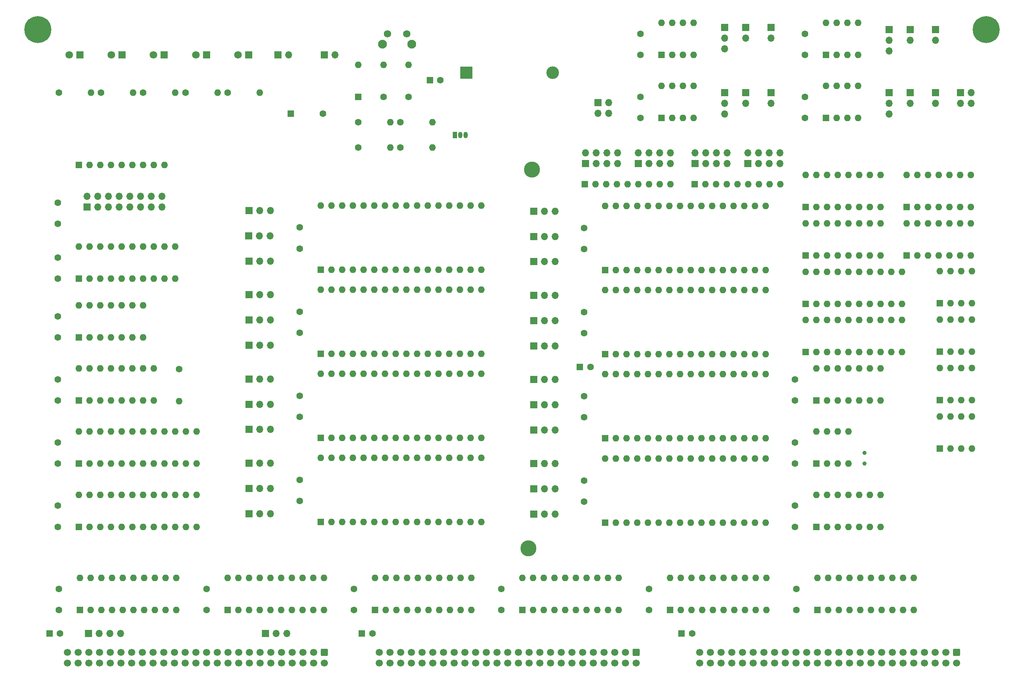
<source format=gbr>
%TF.GenerationSoftware,KiCad,Pcbnew,(6.0.11)*%
%TF.CreationDate,2023-05-28T18:57:33-04:00*%
%TF.ProjectId,memory.ROMRAM,6d656d6f-7279-42e5-924f-4d52414d2e6b,rev?*%
%TF.SameCoordinates,Original*%
%TF.FileFunction,Soldermask,Top*%
%TF.FilePolarity,Negative*%
%FSLAX46Y46*%
G04 Gerber Fmt 4.6, Leading zero omitted, Abs format (unit mm)*
G04 Created by KiCad (PCBNEW (6.0.11)) date 2023-05-28 18:57:33*
%MOMM*%
%LPD*%
G01*
G04 APERTURE LIST*
G04 Aperture macros list*
%AMRoundRect*
0 Rectangle with rounded corners*
0 $1 Rounding radius*
0 $2 $3 $4 $5 $6 $7 $8 $9 X,Y pos of 4 corners*
0 Add a 4 corners polygon primitive as box body*
4,1,4,$2,$3,$4,$5,$6,$7,$8,$9,$2,$3,0*
0 Add four circle primitives for the rounded corners*
1,1,$1+$1,$2,$3*
1,1,$1+$1,$4,$5*
1,1,$1+$1,$6,$7*
1,1,$1+$1,$8,$9*
0 Add four rect primitives between the rounded corners*
20,1,$1+$1,$2,$3,$4,$5,0*
20,1,$1+$1,$4,$5,$6,$7,0*
20,1,$1+$1,$6,$7,$8,$9,0*
20,1,$1+$1,$8,$9,$2,$3,0*%
G04 Aperture macros list end*
%ADD10RoundRect,0.250000X-0.600000X0.600000X-0.600000X-0.600000X0.600000X-0.600000X0.600000X0.600000X0*%
%ADD11C,1.700000*%
%ADD12C,6.400000*%
%ADD13C,1.600000*%
%ADD14R,1.600000X1.600000*%
%ADD15R,1.800000X1.800000*%
%ADD16C,1.800000*%
%ADD17O,1.600000X1.600000*%
%ADD18R,1.700000X1.700000*%
%ADD19O,1.700000X1.700000*%
%ADD20R,1.050000X1.500000*%
%ADD21O,1.050000X1.500000*%
%ADD22R,1.600200X1.600200*%
%ADD23C,1.600200*%
%ADD24C,2.100000*%
%ADD25C,1.750000*%
%ADD26C,1.000000*%
%ADD27C,3.800000*%
%ADD28R,3.000000X3.000000*%
%ADD29C,3.000000*%
G04 APERTURE END LIST*
D10*
%TO.C,P3*%
X258000000Y-223000000D03*
D11*
X258000000Y-225540000D03*
X255460000Y-223000000D03*
X255460000Y-225540000D03*
X252920000Y-223000000D03*
X252920000Y-225540000D03*
X250380000Y-223000000D03*
X250380000Y-225540000D03*
X247840000Y-223000000D03*
X247840000Y-225540000D03*
X245300000Y-223000000D03*
X245300000Y-225540000D03*
X242760000Y-223000000D03*
X242760000Y-225540000D03*
X240220000Y-223000000D03*
X240220000Y-225540000D03*
X237680000Y-223000000D03*
X237680000Y-225540000D03*
X235140000Y-223000000D03*
X235140000Y-225540000D03*
X232600000Y-223000000D03*
X232600000Y-225540000D03*
X230060000Y-223000000D03*
X230060000Y-225540000D03*
X227520000Y-223000000D03*
X227520000Y-225540000D03*
X224980000Y-223000000D03*
X224980000Y-225540000D03*
X222440000Y-223000000D03*
X222440000Y-225540000D03*
X219900000Y-223000000D03*
X219900000Y-225540000D03*
X217360000Y-223000000D03*
X217360000Y-225540000D03*
X214820000Y-223000000D03*
X214820000Y-225540000D03*
X212280000Y-223000000D03*
X212280000Y-225540000D03*
X209740000Y-223000000D03*
X209740000Y-225540000D03*
X207200000Y-223000000D03*
X207200000Y-225540000D03*
X204660000Y-223000000D03*
X204660000Y-225540000D03*
X202120000Y-223000000D03*
X202120000Y-225540000D03*
X199580000Y-223000000D03*
X199580000Y-225540000D03*
X197040000Y-223000000D03*
X197040000Y-225540000D03*
%TD*%
D12*
%TO.C,H1*%
X40000000Y-75000000D03*
%TD*%
%TO.C,H2*%
X265000000Y-75000000D03*
%TD*%
D13*
%TO.C,C15*%
X169640000Y-182125200D03*
X169640000Y-187125200D03*
%TD*%
%TO.C,C16*%
X169640000Y-162130000D03*
X169640000Y-167130000D03*
%TD*%
%TO.C,C11*%
X150000000Y-207940000D03*
X150000000Y-212940000D03*
%TD*%
%TO.C,C12*%
X45000000Y-207940000D03*
X45000000Y-212940000D03*
%TD*%
%TO.C,C1*%
X44690000Y-173130000D03*
X44690000Y-178130000D03*
%TD*%
%TO.C,C4*%
X115000000Y-207940000D03*
X115000000Y-212940000D03*
%TD*%
%TO.C,C9*%
X80000000Y-207940000D03*
X80000000Y-212940000D03*
%TD*%
D14*
%TO.C,C25*%
X116879600Y-218500000D03*
D13*
X119379600Y-218500000D03*
%TD*%
D14*
%TO.C,C26*%
X42749800Y-218500000D03*
D13*
X45249800Y-218500000D03*
%TD*%
D15*
%TO.C,D5*%
X50000000Y-81000000D03*
D16*
X47460000Y-81000000D03*
%TD*%
D13*
%TO.C,R7*%
X45000000Y-90000000D03*
D17*
X52620000Y-90000000D03*
%TD*%
D14*
%TO.C,U6*%
X85000000Y-212940000D03*
D17*
X87540000Y-212940000D03*
X90080000Y-212940000D03*
X92620000Y-212940000D03*
X95160000Y-212940000D03*
X97700000Y-212940000D03*
X100240000Y-212940000D03*
X102780000Y-212940000D03*
X105320000Y-212940000D03*
X107860000Y-212940000D03*
X107860000Y-205320000D03*
X105320000Y-205320000D03*
X102780000Y-205320000D03*
X100240000Y-205320000D03*
X97700000Y-205320000D03*
X95160000Y-205320000D03*
X92620000Y-205320000D03*
X90080000Y-205320000D03*
X87540000Y-205320000D03*
X85000000Y-205320000D03*
%TD*%
D14*
%TO.C,U2*%
X174640000Y-192130000D03*
D17*
X177180000Y-192130000D03*
X179720000Y-192130000D03*
X182260000Y-192130000D03*
X184800000Y-192130000D03*
X187340000Y-192130000D03*
X189880000Y-192130000D03*
X192420000Y-192130000D03*
X194960000Y-192130000D03*
X197500000Y-192130000D03*
X200040000Y-192130000D03*
X202580000Y-192130000D03*
X205120000Y-192130000D03*
X207660000Y-192130000D03*
X210200000Y-192130000D03*
X212740000Y-192130000D03*
X212740000Y-176890000D03*
X210200000Y-176890000D03*
X207660000Y-176890000D03*
X205120000Y-176890000D03*
X202580000Y-176890000D03*
X200040000Y-176890000D03*
X197500000Y-176890000D03*
X194960000Y-176890000D03*
X192420000Y-176890000D03*
X189880000Y-176890000D03*
X187340000Y-176890000D03*
X184800000Y-176890000D03*
X182260000Y-176890000D03*
X179720000Y-176890000D03*
X177180000Y-176890000D03*
X174640000Y-176890000D03*
%TD*%
D14*
%TO.C,U3*%
X174640000Y-172130000D03*
D17*
X177180000Y-172130000D03*
X179720000Y-172130000D03*
X182260000Y-172130000D03*
X184800000Y-172130000D03*
X187340000Y-172130000D03*
X189880000Y-172130000D03*
X192420000Y-172130000D03*
X194960000Y-172130000D03*
X197500000Y-172130000D03*
X200040000Y-172130000D03*
X202580000Y-172130000D03*
X205120000Y-172130000D03*
X207660000Y-172130000D03*
X210200000Y-172130000D03*
X212740000Y-172130000D03*
X212740000Y-156890000D03*
X210200000Y-156890000D03*
X207660000Y-156890000D03*
X205120000Y-156890000D03*
X202580000Y-156890000D03*
X200040000Y-156890000D03*
X197500000Y-156890000D03*
X194960000Y-156890000D03*
X192420000Y-156890000D03*
X189880000Y-156890000D03*
X187340000Y-156890000D03*
X184800000Y-156890000D03*
X182260000Y-156890000D03*
X179720000Y-156890000D03*
X177180000Y-156890000D03*
X174640000Y-156890000D03*
%TD*%
D14*
%TO.C,U17*%
X50000000Y-212940000D03*
D17*
X52540000Y-212940000D03*
X55080000Y-212940000D03*
X57620000Y-212940000D03*
X60160000Y-212940000D03*
X62700000Y-212940000D03*
X65240000Y-212940000D03*
X67780000Y-212940000D03*
X70320000Y-212940000D03*
X72860000Y-212940000D03*
X72860000Y-205320000D03*
X70320000Y-205320000D03*
X67780000Y-205320000D03*
X65240000Y-205320000D03*
X62700000Y-205320000D03*
X60160000Y-205320000D03*
X57620000Y-205320000D03*
X55080000Y-205320000D03*
X52540000Y-205320000D03*
X50000000Y-205320000D03*
%TD*%
D14*
%TO.C,U16*%
X49690000Y-148130000D03*
D17*
X52230000Y-148130000D03*
X54770000Y-148130000D03*
X57310000Y-148130000D03*
X59850000Y-148130000D03*
X62390000Y-148130000D03*
X64930000Y-148130000D03*
X64930000Y-140510000D03*
X62390000Y-140510000D03*
X59850000Y-140510000D03*
X57310000Y-140510000D03*
X54770000Y-140510000D03*
X52230000Y-140510000D03*
X49690000Y-140510000D03*
%TD*%
D13*
%TO.C,C10*%
X185000000Y-207940000D03*
X185000000Y-212940000D03*
%TD*%
D14*
%TO.C,U7*%
X120000000Y-212940000D03*
D17*
X122540000Y-212940000D03*
X125080000Y-212940000D03*
X127620000Y-212940000D03*
X130160000Y-212940000D03*
X132700000Y-212940000D03*
X135240000Y-212940000D03*
X137780000Y-212940000D03*
X140320000Y-212940000D03*
X142860000Y-212940000D03*
X142860000Y-205320000D03*
X140320000Y-205320000D03*
X137780000Y-205320000D03*
X135240000Y-205320000D03*
X132700000Y-205320000D03*
X130160000Y-205320000D03*
X127620000Y-205320000D03*
X125080000Y-205320000D03*
X122540000Y-205320000D03*
X120000000Y-205320000D03*
%TD*%
D14*
%TO.C,U4*%
X49690000Y-134130000D03*
D17*
X52230000Y-134130000D03*
X54770000Y-134130000D03*
X57310000Y-134130000D03*
X59850000Y-134130000D03*
X62390000Y-134130000D03*
X64930000Y-134130000D03*
X67470000Y-134130000D03*
X70010000Y-134130000D03*
X72550000Y-134130000D03*
X72550000Y-126510000D03*
X70010000Y-126510000D03*
X67470000Y-126510000D03*
X64930000Y-126510000D03*
X62390000Y-126510000D03*
X59850000Y-126510000D03*
X57310000Y-126510000D03*
X54770000Y-126510000D03*
X52230000Y-126510000D03*
X49690000Y-126510000D03*
%TD*%
D14*
%TO.C,RN1*%
X49690000Y-107130000D03*
D17*
X52230000Y-107130000D03*
X54770000Y-107130000D03*
X57310000Y-107130000D03*
X59850000Y-107130000D03*
X62390000Y-107130000D03*
X64930000Y-107130000D03*
X67470000Y-107130000D03*
X70010000Y-107130000D03*
%TD*%
D13*
%TO.C,C5*%
X44690000Y-129130000D03*
X44690000Y-134130000D03*
%TD*%
D18*
%TO.C,JP3*%
X51690000Y-117130000D03*
D19*
X51690000Y-114590000D03*
X54230000Y-117130000D03*
X54230000Y-114590000D03*
X56770000Y-117130000D03*
X56770000Y-114590000D03*
X59310000Y-117130000D03*
X59310000Y-114590000D03*
X61850000Y-117130000D03*
X61850000Y-114590000D03*
X64390000Y-117130000D03*
X64390000Y-114590000D03*
X66930000Y-117130000D03*
X66930000Y-114590000D03*
X69470000Y-117130000D03*
X69470000Y-114590000D03*
%TD*%
D13*
%TO.C,C2*%
X44690000Y-116130000D03*
X44690000Y-121130000D03*
%TD*%
%TO.C,C3*%
X219690000Y-173130000D03*
X219690000Y-178130000D03*
%TD*%
D14*
%TO.C,C27*%
X192749800Y-218500000D03*
D13*
X195249800Y-218500000D03*
%TD*%
D14*
%TO.C,C28*%
X133000000Y-87000000D03*
D13*
X135500000Y-87000000D03*
%TD*%
%TO.C,C30*%
X219690000Y-188130000D03*
X219690000Y-193130000D03*
%TD*%
%TO.C,C32*%
X44690000Y-143130000D03*
X44690000Y-148130000D03*
%TD*%
%TO.C,C33*%
X44690000Y-158130000D03*
X44690000Y-163130000D03*
%TD*%
%TO.C,C34*%
X219690000Y-158130000D03*
X219690000Y-163130000D03*
%TD*%
D15*
%TO.C,D8*%
X70000000Y-81000000D03*
D16*
X67460000Y-81000000D03*
%TD*%
D15*
%TO.C,D10*%
X80000000Y-81000000D03*
D16*
X77460000Y-81000000D03*
%TD*%
D15*
%TO.C,D11*%
X90000000Y-81000000D03*
D16*
X87460000Y-81000000D03*
%TD*%
D18*
%TO.C,JP9*%
X108000000Y-81000000D03*
D19*
X110540000Y-81000000D03*
%TD*%
D18*
%TO.C,JP10*%
X258925000Y-89925000D03*
D19*
X261465000Y-89925000D03*
X258925000Y-92465000D03*
X261465000Y-92465000D03*
%TD*%
D10*
%TO.C,P1*%
X108000000Y-223000000D03*
D11*
X108000000Y-225540000D03*
X105460000Y-223000000D03*
X105460000Y-225540000D03*
X102920000Y-223000000D03*
X102920000Y-225540000D03*
X100380000Y-223000000D03*
X100380000Y-225540000D03*
X97840000Y-223000000D03*
X97840000Y-225540000D03*
X95300000Y-223000000D03*
X95300000Y-225540000D03*
X92760000Y-223000000D03*
X92760000Y-225540000D03*
X90220000Y-223000000D03*
X90220000Y-225540000D03*
X87680000Y-223000000D03*
X87680000Y-225540000D03*
X85140000Y-223000000D03*
X85140000Y-225540000D03*
X82600000Y-223000000D03*
X82600000Y-225540000D03*
X80060000Y-223000000D03*
X80060000Y-225540000D03*
X77520000Y-223000000D03*
X77520000Y-225540000D03*
X74980000Y-223000000D03*
X74980000Y-225540000D03*
X72440000Y-223000000D03*
X72440000Y-225540000D03*
X69900000Y-223000000D03*
X69900000Y-225540000D03*
X67360000Y-223000000D03*
X67360000Y-225540000D03*
X64820000Y-223000000D03*
X64820000Y-225540000D03*
X62280000Y-223000000D03*
X62280000Y-225540000D03*
X59740000Y-223000000D03*
X59740000Y-225540000D03*
X57200000Y-223000000D03*
X57200000Y-225540000D03*
X54660000Y-223000000D03*
X54660000Y-225540000D03*
X52120000Y-223000000D03*
X52120000Y-225540000D03*
X49580000Y-223000000D03*
X49580000Y-225540000D03*
X47040000Y-223000000D03*
X47040000Y-225540000D03*
%TD*%
D10*
%TO.C,P2*%
X182000000Y-223000000D03*
D11*
X182000000Y-225540000D03*
X179460000Y-223000000D03*
X179460000Y-225540000D03*
X176920000Y-223000000D03*
X176920000Y-225540000D03*
X174380000Y-223000000D03*
X174380000Y-225540000D03*
X171840000Y-223000000D03*
X171840000Y-225540000D03*
X169300000Y-223000000D03*
X169300000Y-225540000D03*
X166760000Y-223000000D03*
X166760000Y-225540000D03*
X164220000Y-223000000D03*
X164220000Y-225540000D03*
X161680000Y-223000000D03*
X161680000Y-225540000D03*
X159140000Y-223000000D03*
X159140000Y-225540000D03*
X156600000Y-223000000D03*
X156600000Y-225540000D03*
X154060000Y-223000000D03*
X154060000Y-225540000D03*
X151520000Y-223000000D03*
X151520000Y-225540000D03*
X148980000Y-223000000D03*
X148980000Y-225540000D03*
X146440000Y-223000000D03*
X146440000Y-225540000D03*
X143900000Y-223000000D03*
X143900000Y-225540000D03*
X141360000Y-223000000D03*
X141360000Y-225540000D03*
X138820000Y-223000000D03*
X138820000Y-225540000D03*
X136280000Y-223000000D03*
X136280000Y-225540000D03*
X133740000Y-223000000D03*
X133740000Y-225540000D03*
X131200000Y-223000000D03*
X131200000Y-225540000D03*
X128660000Y-223000000D03*
X128660000Y-225540000D03*
X126120000Y-223000000D03*
X126120000Y-225540000D03*
X123580000Y-223000000D03*
X123580000Y-225540000D03*
X121040000Y-223000000D03*
X121040000Y-225540000D03*
%TD*%
D20*
%TO.C,Q1*%
X139000000Y-100000000D03*
D21*
X140270000Y-100000000D03*
X141540000Y-100000000D03*
%TD*%
D13*
%TO.C,R8*%
X116000000Y-103000000D03*
D17*
X123620000Y-103000000D03*
%TD*%
D13*
%TO.C,R9*%
X126000000Y-103000000D03*
D17*
X133620000Y-103000000D03*
%TD*%
D13*
%TO.C,R10*%
X126000000Y-97000000D03*
D17*
X133620000Y-97000000D03*
%TD*%
D13*
%TO.C,R11*%
X116000000Y-97000000D03*
D17*
X123620000Y-97000000D03*
%TD*%
D13*
%TO.C,R12*%
X122000000Y-91000000D03*
D17*
X122000000Y-83380000D03*
%TD*%
D13*
%TO.C,R13*%
X128000000Y-91000000D03*
D17*
X128000000Y-83380000D03*
%TD*%
D13*
%TO.C,R15*%
X65000000Y-90000000D03*
D17*
X72620000Y-90000000D03*
%TD*%
D13*
%TO.C,R17*%
X75000000Y-90000000D03*
D17*
X82620000Y-90000000D03*
%TD*%
D13*
%TO.C,R18*%
X85000000Y-90000000D03*
D17*
X92620000Y-90000000D03*
%TD*%
D22*
%TO.C,SP1*%
X100000000Y-95000000D03*
D23*
X107610000Y-95000000D03*
%TD*%
D24*
%TO.C,SW1*%
X121750000Y-78490000D03*
X128760000Y-78490000D03*
D25*
X123000000Y-76000000D03*
X127500000Y-76000000D03*
%TD*%
D14*
%TO.C,U24*%
X225000000Y-212940000D03*
D17*
X227540000Y-212940000D03*
X230080000Y-212940000D03*
X232620000Y-212940000D03*
X235160000Y-212940000D03*
X237700000Y-212940000D03*
X240240000Y-212940000D03*
X242780000Y-212940000D03*
X245320000Y-212940000D03*
X247860000Y-212940000D03*
X247860000Y-205320000D03*
X245320000Y-205320000D03*
X242780000Y-205320000D03*
X240240000Y-205320000D03*
X237700000Y-205320000D03*
X235160000Y-205320000D03*
X232620000Y-205320000D03*
X230080000Y-205320000D03*
X227540000Y-205320000D03*
X225000000Y-205320000D03*
%TD*%
D14*
%TO.C,U26*%
X224690000Y-193130000D03*
D17*
X227230000Y-193130000D03*
X229770000Y-193130000D03*
X232310000Y-193130000D03*
X234850000Y-193130000D03*
X237390000Y-193130000D03*
X239930000Y-193130000D03*
X239930000Y-185510000D03*
X237390000Y-185510000D03*
X234850000Y-185510000D03*
X232310000Y-185510000D03*
X229770000Y-185510000D03*
X227230000Y-185510000D03*
X224690000Y-185510000D03*
%TD*%
D14*
%TO.C,U27*%
X224690000Y-178130000D03*
D17*
X227230000Y-178130000D03*
X229770000Y-178130000D03*
X232310000Y-178130000D03*
X232310000Y-170510000D03*
X229770000Y-170510000D03*
X227230000Y-170510000D03*
X224690000Y-170510000D03*
%TD*%
D14*
%TO.C,U28*%
X224690000Y-163130000D03*
D17*
X227230000Y-163130000D03*
X229770000Y-163130000D03*
X232310000Y-163130000D03*
X234850000Y-163130000D03*
X237390000Y-163130000D03*
X239930000Y-163130000D03*
X239930000Y-155510000D03*
X237390000Y-155510000D03*
X234850000Y-155510000D03*
X232310000Y-155510000D03*
X229770000Y-155510000D03*
X227230000Y-155510000D03*
X224690000Y-155510000D03*
%TD*%
D26*
%TO.C,X1*%
X236190000Y-178130000D03*
X236190000Y-175590000D03*
%TD*%
D14*
%TO.C,U14*%
X190000000Y-212940000D03*
D17*
X192540000Y-212940000D03*
X195080000Y-212940000D03*
X197620000Y-212940000D03*
X200160000Y-212940000D03*
X202700000Y-212940000D03*
X205240000Y-212940000D03*
X207780000Y-212940000D03*
X210320000Y-212940000D03*
X212860000Y-212940000D03*
X212860000Y-205320000D03*
X210320000Y-205320000D03*
X207780000Y-205320000D03*
X205240000Y-205320000D03*
X202700000Y-205320000D03*
X200160000Y-205320000D03*
X197620000Y-205320000D03*
X195080000Y-205320000D03*
X192540000Y-205320000D03*
X190000000Y-205320000D03*
%TD*%
D18*
%TO.C,JP4*%
X214000000Y-90000000D03*
D19*
X214000000Y-92540000D03*
%TD*%
D18*
%TO.C,JP5*%
X208000000Y-74500000D03*
D19*
X208000000Y-77040000D03*
%TD*%
D18*
%TO.C,K5*%
X203000000Y-74500000D03*
D19*
X203000000Y-77040000D03*
X203000000Y-79580000D03*
%TD*%
D18*
%TO.C,JP6*%
X214000000Y-74500000D03*
D19*
X214000000Y-77040000D03*
%TD*%
D18*
%TO.C,JP1*%
X208000000Y-90000000D03*
D19*
X208000000Y-92540000D03*
%TD*%
D13*
%TO.C,C7*%
X183000000Y-91000000D03*
X183000000Y-96000000D03*
%TD*%
D18*
%TO.C,K1*%
X203000000Y-90000000D03*
D19*
X203000000Y-92540000D03*
X203000000Y-95080000D03*
%TD*%
D14*
%TO.C,U5*%
X188000000Y-96000000D03*
D17*
X190540000Y-96000000D03*
X193080000Y-96000000D03*
X195620000Y-96000000D03*
X195620000Y-88380000D03*
X193080000Y-88380000D03*
X190540000Y-88380000D03*
X188000000Y-88380000D03*
%TD*%
D14*
%TO.C,U13*%
X188000000Y-81000000D03*
D17*
X190540000Y-81000000D03*
X193080000Y-81000000D03*
X195620000Y-81000000D03*
X195620000Y-73380000D03*
X193080000Y-73380000D03*
X190540000Y-73380000D03*
X188000000Y-73380000D03*
%TD*%
D18*
%TO.C,JP2*%
X172925000Y-92325000D03*
D19*
X175465000Y-92325000D03*
X172925000Y-94865000D03*
X175465000Y-94865000D03*
%TD*%
D14*
%TO.C,D6*%
X116000000Y-91000000D03*
D17*
X116000000Y-83380000D03*
%TD*%
D13*
%TO.C,C6*%
X220000000Y-207940000D03*
X220000000Y-212940000D03*
%TD*%
%TO.C,C13*%
X183000000Y-76000000D03*
X183000000Y-81000000D03*
%TD*%
%TO.C,C17*%
X169640000Y-142130000D03*
X169640000Y-147130000D03*
%TD*%
%TO.C,C31*%
X44690000Y-188130000D03*
X44690000Y-193130000D03*
%TD*%
D14*
%TO.C,U29*%
X49690000Y-178130000D03*
D17*
X52230000Y-178130000D03*
X54770000Y-178130000D03*
X57310000Y-178130000D03*
X59850000Y-178130000D03*
X62390000Y-178130000D03*
X64930000Y-178130000D03*
X67470000Y-178130000D03*
X70010000Y-178130000D03*
X72550000Y-178130000D03*
X75090000Y-178130000D03*
X77630000Y-178130000D03*
X77630000Y-170510000D03*
X75090000Y-170510000D03*
X72550000Y-170510000D03*
X70010000Y-170510000D03*
X67470000Y-170510000D03*
X64930000Y-170510000D03*
X62390000Y-170510000D03*
X59850000Y-170510000D03*
X57310000Y-170510000D03*
X54770000Y-170510000D03*
X52230000Y-170510000D03*
X49690000Y-170510000D03*
%TD*%
D13*
%TO.C,C8*%
X169640000Y-122130000D03*
X169640000Y-127130000D03*
%TD*%
D14*
%TO.C,J5*%
X246190000Y-128630000D03*
D17*
X248730000Y-128630000D03*
X251270000Y-128630000D03*
X253810000Y-128630000D03*
X256350000Y-128630000D03*
X258890000Y-128630000D03*
X261430000Y-128630000D03*
X261430000Y-121010000D03*
X258890000Y-121010000D03*
X256350000Y-121010000D03*
X253810000Y-121010000D03*
X251270000Y-121010000D03*
X248730000Y-121010000D03*
X246190000Y-121010000D03*
%TD*%
D14*
%TO.C,J6*%
X246190000Y-117130000D03*
D17*
X248730000Y-117130000D03*
X251270000Y-117130000D03*
X253810000Y-117130000D03*
X256350000Y-117130000D03*
X258890000Y-117130000D03*
X261430000Y-117130000D03*
X261430000Y-109510000D03*
X258890000Y-109510000D03*
X256350000Y-109510000D03*
X253810000Y-109510000D03*
X251270000Y-109510000D03*
X248730000Y-109510000D03*
X246190000Y-109510000D03*
%TD*%
D14*
%TO.C,J7*%
X222190000Y-128630000D03*
D17*
X224730000Y-128630000D03*
X227270000Y-128630000D03*
X229810000Y-128630000D03*
X232350000Y-128630000D03*
X234890000Y-128630000D03*
X237430000Y-128630000D03*
X239970000Y-128630000D03*
X239970000Y-121010000D03*
X237430000Y-121010000D03*
X234890000Y-121010000D03*
X232350000Y-121010000D03*
X229810000Y-121010000D03*
X227270000Y-121010000D03*
X224730000Y-121010000D03*
X222190000Y-121010000D03*
%TD*%
D14*
%TO.C,J9*%
X222190000Y-151630000D03*
D17*
X224730000Y-151630000D03*
X227270000Y-151630000D03*
X229810000Y-151630000D03*
X232350000Y-151630000D03*
X234890000Y-151630000D03*
X237430000Y-151630000D03*
X239970000Y-151630000D03*
X242510000Y-151630000D03*
X245050000Y-151630000D03*
X245050000Y-144010000D03*
X242510000Y-144010000D03*
X239970000Y-144010000D03*
X237430000Y-144010000D03*
X234890000Y-144010000D03*
X232350000Y-144010000D03*
X229810000Y-144010000D03*
X227270000Y-144010000D03*
X224730000Y-144010000D03*
X222190000Y-144010000D03*
%TD*%
D14*
%TO.C,J10*%
X222190000Y-140130000D03*
D17*
X224730000Y-140130000D03*
X227270000Y-140130000D03*
X229810000Y-140130000D03*
X232350000Y-140130000D03*
X234890000Y-140130000D03*
X237430000Y-140130000D03*
X239970000Y-140130000D03*
X242510000Y-140130000D03*
X245050000Y-140130000D03*
X245050000Y-132510000D03*
X242510000Y-132510000D03*
X239970000Y-132510000D03*
X237430000Y-132510000D03*
X234890000Y-132510000D03*
X232350000Y-132510000D03*
X229810000Y-132510000D03*
X227270000Y-132510000D03*
X224730000Y-132510000D03*
X222190000Y-132510000D03*
%TD*%
D14*
%TO.C,J8*%
X222190000Y-117130000D03*
D17*
X224730000Y-117130000D03*
X227270000Y-117130000D03*
X229810000Y-117130000D03*
X232350000Y-117130000D03*
X234890000Y-117130000D03*
X237430000Y-117130000D03*
X239970000Y-117130000D03*
X239970000Y-109510000D03*
X237430000Y-109510000D03*
X234890000Y-109510000D03*
X232350000Y-109510000D03*
X229810000Y-109510000D03*
X227270000Y-109510000D03*
X224730000Y-109510000D03*
X222190000Y-109510000D03*
%TD*%
D14*
%TO.C,U9*%
X49690000Y-193130000D03*
D17*
X52230000Y-193130000D03*
X54770000Y-193130000D03*
X57310000Y-193130000D03*
X59850000Y-193130000D03*
X62390000Y-193130000D03*
X64930000Y-193130000D03*
X67470000Y-193130000D03*
X70010000Y-193130000D03*
X72550000Y-193130000D03*
X75090000Y-193130000D03*
X77630000Y-193130000D03*
X77630000Y-185510000D03*
X75090000Y-185510000D03*
X72550000Y-185510000D03*
X70010000Y-185510000D03*
X67470000Y-185510000D03*
X64930000Y-185510000D03*
X62390000Y-185510000D03*
X59850000Y-185510000D03*
X57310000Y-185510000D03*
X54770000Y-185510000D03*
X52230000Y-185510000D03*
X49690000Y-185510000D03*
%TD*%
D18*
%TO.C,J2*%
X157640000Y-150130000D03*
D19*
X160180000Y-150130000D03*
X162720000Y-150130000D03*
%TD*%
D18*
%TO.C,J3*%
X157640000Y-144130000D03*
D19*
X160180000Y-144130000D03*
X162720000Y-144130000D03*
%TD*%
D18*
%TO.C,J4*%
X157640000Y-130130000D03*
D19*
X160180000Y-130130000D03*
X162720000Y-130130000D03*
%TD*%
D18*
%TO.C,J11*%
X157640000Y-124130000D03*
D19*
X160180000Y-124130000D03*
X162720000Y-124130000D03*
%TD*%
D18*
%TO.C,J12*%
X157640000Y-138130000D03*
D19*
X160180000Y-138130000D03*
X162720000Y-138130000D03*
%TD*%
D18*
%TO.C,J13*%
X157640000Y-118130000D03*
D19*
X160180000Y-118130000D03*
X162720000Y-118130000D03*
%TD*%
D18*
%TO.C,J15*%
X157640000Y-190130000D03*
D19*
X160180000Y-190130000D03*
X162720000Y-190130000D03*
%TD*%
D18*
%TO.C,J16*%
X157640000Y-178130000D03*
D19*
X160180000Y-178130000D03*
X162720000Y-178130000D03*
%TD*%
D18*
%TO.C,J19*%
X157640000Y-158130000D03*
D19*
X160180000Y-158130000D03*
X162720000Y-158130000D03*
%TD*%
D18*
%TO.C,J18*%
X157640000Y-170130000D03*
D19*
X160180000Y-170130000D03*
X162720000Y-170130000D03*
%TD*%
D18*
%TO.C,J17*%
X157640000Y-164130000D03*
D19*
X160180000Y-164130000D03*
X162720000Y-164130000D03*
%TD*%
D18*
%TO.C,J14*%
X157640000Y-184130000D03*
D19*
X160180000Y-184130000D03*
X162720000Y-184130000D03*
%TD*%
D18*
%TO.C,JP7*%
X97000000Y-81000000D03*
D19*
X99540000Y-81000000D03*
%TD*%
D13*
%TO.C,R14*%
X73500000Y-155630000D03*
D17*
X73500000Y-163250000D03*
%TD*%
D18*
%TO.C,J20*%
X90140000Y-184005000D03*
D19*
X92680000Y-184005000D03*
X95220000Y-184005000D03*
%TD*%
D18*
%TO.C,J21*%
X90140000Y-164005000D03*
D19*
X92680000Y-164005000D03*
X95220000Y-164005000D03*
%TD*%
D18*
%TO.C,J22*%
X90140000Y-190005000D03*
D19*
X92680000Y-190005000D03*
X95220000Y-190005000D03*
%TD*%
D18*
%TO.C,J23*%
X90140000Y-170005000D03*
D19*
X92680000Y-170005000D03*
X95220000Y-170005000D03*
%TD*%
D18*
%TO.C,J24*%
X90140000Y-178005000D03*
D19*
X92680000Y-178005000D03*
X95220000Y-178005000D03*
%TD*%
D18*
%TO.C,J25*%
X90140000Y-158005000D03*
D19*
X92680000Y-158005000D03*
X95220000Y-158005000D03*
%TD*%
D18*
%TO.C,J27*%
X90140000Y-130005000D03*
D19*
X92680000Y-130005000D03*
X95220000Y-130005000D03*
%TD*%
D18*
%TO.C,J28*%
X90140000Y-144005000D03*
D19*
X92680000Y-144005000D03*
X95220000Y-144005000D03*
%TD*%
D18*
%TO.C,J29*%
X90060000Y-124005000D03*
D19*
X92600000Y-124005000D03*
X95140000Y-124005000D03*
%TD*%
D18*
%TO.C,J30*%
X90140000Y-138005000D03*
D19*
X92680000Y-138005000D03*
X95220000Y-138005000D03*
%TD*%
D18*
%TO.C,J31*%
X90140000Y-118005000D03*
D19*
X92680000Y-118005000D03*
X95220000Y-118005000D03*
%TD*%
D14*
%TO.C,U8*%
X155000000Y-212940000D03*
D17*
X157540000Y-212940000D03*
X160080000Y-212940000D03*
X162620000Y-212940000D03*
X165160000Y-212940000D03*
X167700000Y-212940000D03*
X170240000Y-212940000D03*
X172780000Y-212940000D03*
X175320000Y-212940000D03*
X177860000Y-212940000D03*
X177860000Y-205320000D03*
X175320000Y-205320000D03*
X172780000Y-205320000D03*
X170240000Y-205320000D03*
X167700000Y-205320000D03*
X165160000Y-205320000D03*
X162620000Y-205320000D03*
X160080000Y-205320000D03*
X157540000Y-205320000D03*
X155000000Y-205320000D03*
%TD*%
D14*
%TO.C,U10*%
X107140000Y-152005000D03*
D17*
X109680000Y-152005000D03*
X112220000Y-152005000D03*
X114760000Y-152005000D03*
X117300000Y-152005000D03*
X119840000Y-152005000D03*
X122380000Y-152005000D03*
X124920000Y-152005000D03*
X127460000Y-152005000D03*
X130000000Y-152005000D03*
X132540000Y-152005000D03*
X135080000Y-152005000D03*
X137620000Y-152005000D03*
X140160000Y-152005000D03*
X142700000Y-152005000D03*
X145240000Y-152005000D03*
X145240000Y-136765000D03*
X142700000Y-136765000D03*
X140160000Y-136765000D03*
X137620000Y-136765000D03*
X135080000Y-136765000D03*
X132540000Y-136765000D03*
X130000000Y-136765000D03*
X127460000Y-136765000D03*
X124920000Y-136765000D03*
X122380000Y-136765000D03*
X119840000Y-136765000D03*
X117300000Y-136765000D03*
X114760000Y-136765000D03*
X112220000Y-136765000D03*
X109680000Y-136765000D03*
X107140000Y-136765000D03*
%TD*%
D14*
%TO.C,U11*%
X107140000Y-132005000D03*
D17*
X109680000Y-132005000D03*
X112220000Y-132005000D03*
X114760000Y-132005000D03*
X117300000Y-132005000D03*
X119840000Y-132005000D03*
X122380000Y-132005000D03*
X124920000Y-132005000D03*
X127460000Y-132005000D03*
X130000000Y-132005000D03*
X132540000Y-132005000D03*
X135080000Y-132005000D03*
X137620000Y-132005000D03*
X140160000Y-132005000D03*
X142700000Y-132005000D03*
X145240000Y-132005000D03*
X145240000Y-116765000D03*
X142700000Y-116765000D03*
X140160000Y-116765000D03*
X137620000Y-116765000D03*
X135080000Y-116765000D03*
X132540000Y-116765000D03*
X130000000Y-116765000D03*
X127460000Y-116765000D03*
X124920000Y-116765000D03*
X122380000Y-116765000D03*
X119840000Y-116765000D03*
X117300000Y-116765000D03*
X114760000Y-116765000D03*
X112220000Y-116765000D03*
X109680000Y-116765000D03*
X107140000Y-116765000D03*
%TD*%
D14*
%TO.C,U12*%
X174640000Y-152130000D03*
D17*
X177180000Y-152130000D03*
X179720000Y-152130000D03*
X182260000Y-152130000D03*
X184800000Y-152130000D03*
X187340000Y-152130000D03*
X189880000Y-152130000D03*
X192420000Y-152130000D03*
X194960000Y-152130000D03*
X197500000Y-152130000D03*
X200040000Y-152130000D03*
X202580000Y-152130000D03*
X205120000Y-152130000D03*
X207660000Y-152130000D03*
X210200000Y-152130000D03*
X212740000Y-152130000D03*
X212740000Y-136890000D03*
X210200000Y-136890000D03*
X207660000Y-136890000D03*
X205120000Y-136890000D03*
X202580000Y-136890000D03*
X200040000Y-136890000D03*
X197500000Y-136890000D03*
X194960000Y-136890000D03*
X192420000Y-136890000D03*
X189880000Y-136890000D03*
X187340000Y-136890000D03*
X184800000Y-136890000D03*
X182260000Y-136890000D03*
X179720000Y-136890000D03*
X177180000Y-136890000D03*
X174640000Y-136890000D03*
%TD*%
D14*
%TO.C,U1*%
X49690000Y-163130000D03*
D17*
X52230000Y-163130000D03*
X54770000Y-163130000D03*
X57310000Y-163130000D03*
X59850000Y-163130000D03*
X62390000Y-163130000D03*
X64930000Y-163130000D03*
X67470000Y-163130000D03*
X67470000Y-155510000D03*
X64930000Y-155510000D03*
X62390000Y-155510000D03*
X59850000Y-155510000D03*
X57310000Y-155510000D03*
X54770000Y-155510000D03*
X52230000Y-155510000D03*
X49690000Y-155510000D03*
%TD*%
D14*
%TO.C,U15*%
X174640000Y-132130000D03*
D17*
X177180000Y-132130000D03*
X179720000Y-132130000D03*
X182260000Y-132130000D03*
X184800000Y-132130000D03*
X187340000Y-132130000D03*
X189880000Y-132130000D03*
X192420000Y-132130000D03*
X194960000Y-132130000D03*
X197500000Y-132130000D03*
X200040000Y-132130000D03*
X202580000Y-132130000D03*
X205120000Y-132130000D03*
X207660000Y-132130000D03*
X210200000Y-132130000D03*
X212740000Y-132130000D03*
X212740000Y-116890000D03*
X210200000Y-116890000D03*
X207660000Y-116890000D03*
X205120000Y-116890000D03*
X202580000Y-116890000D03*
X200040000Y-116890000D03*
X197500000Y-116890000D03*
X194960000Y-116890000D03*
X192420000Y-116890000D03*
X189880000Y-116890000D03*
X187340000Y-116890000D03*
X184800000Y-116890000D03*
X182260000Y-116890000D03*
X179720000Y-116890000D03*
X177180000Y-116890000D03*
X174640000Y-116890000D03*
%TD*%
D18*
%TO.C,J26*%
X90140000Y-150005000D03*
D19*
X92680000Y-150005000D03*
X95220000Y-150005000D03*
%TD*%
D14*
%TO.C,C14*%
X168640000Y-155130000D03*
D13*
X171140000Y-155130000D03*
%TD*%
D14*
%TO.C,U21*%
X107140000Y-172005000D03*
D17*
X109680000Y-172005000D03*
X112220000Y-172005000D03*
X114760000Y-172005000D03*
X117300000Y-172005000D03*
X119840000Y-172005000D03*
X122380000Y-172005000D03*
X124920000Y-172005000D03*
X127460000Y-172005000D03*
X130000000Y-172005000D03*
X132540000Y-172005000D03*
X135080000Y-172005000D03*
X137620000Y-172005000D03*
X140160000Y-172005000D03*
X142700000Y-172005000D03*
X145240000Y-172005000D03*
X145240000Y-156765000D03*
X142700000Y-156765000D03*
X140160000Y-156765000D03*
X137620000Y-156765000D03*
X135080000Y-156765000D03*
X132540000Y-156765000D03*
X130000000Y-156765000D03*
X127460000Y-156765000D03*
X124920000Y-156765000D03*
X122380000Y-156765000D03*
X119840000Y-156765000D03*
X117300000Y-156765000D03*
X114760000Y-156765000D03*
X112220000Y-156765000D03*
X109680000Y-156765000D03*
X107140000Y-156765000D03*
%TD*%
D14*
%TO.C,U20*%
X107140000Y-192005000D03*
D17*
X109680000Y-192005000D03*
X112220000Y-192005000D03*
X114760000Y-192005000D03*
X117300000Y-192005000D03*
X119840000Y-192005000D03*
X122380000Y-192005000D03*
X124920000Y-192005000D03*
X127460000Y-192005000D03*
X130000000Y-192005000D03*
X132540000Y-192005000D03*
X135080000Y-192005000D03*
X137620000Y-192005000D03*
X140160000Y-192005000D03*
X142700000Y-192005000D03*
X145240000Y-192005000D03*
X145240000Y-176765000D03*
X142700000Y-176765000D03*
X140160000Y-176765000D03*
X137620000Y-176765000D03*
X135080000Y-176765000D03*
X132540000Y-176765000D03*
X130000000Y-176765000D03*
X127460000Y-176765000D03*
X124920000Y-176765000D03*
X122380000Y-176765000D03*
X119840000Y-176765000D03*
X117300000Y-176765000D03*
X114760000Y-176765000D03*
X112220000Y-176765000D03*
X109680000Y-176765000D03*
X107140000Y-176765000D03*
%TD*%
D13*
%TO.C,C18*%
X102140000Y-122005000D03*
X102140000Y-127005000D03*
%TD*%
%TO.C,C19*%
X102140000Y-142005000D03*
X102140000Y-147005000D03*
%TD*%
%TO.C,C20*%
X102140000Y-162005000D03*
X102140000Y-167005000D03*
%TD*%
%TO.C,C21*%
X102140000Y-182005000D03*
X102140000Y-187005000D03*
%TD*%
D18*
%TO.C,JP8*%
X247000000Y-90000000D03*
D19*
X247000000Y-92540000D03*
%TD*%
D18*
%TO.C,JP11*%
X253000000Y-90000000D03*
D19*
X253000000Y-92540000D03*
%TD*%
D18*
%TO.C,JP12*%
X247000000Y-75000000D03*
D19*
X247000000Y-77540000D03*
%TD*%
D18*
%TO.C,JP13*%
X253000000Y-75000000D03*
D19*
X253000000Y-77540000D03*
%TD*%
D18*
%TO.C,K2*%
X242000000Y-90000000D03*
D19*
X242000000Y-92540000D03*
X242000000Y-95080000D03*
%TD*%
D18*
%TO.C,K3*%
X242000000Y-75000000D03*
D19*
X242000000Y-77540000D03*
X242000000Y-80080000D03*
%TD*%
D14*
%TO.C,U18*%
X227000000Y-96000000D03*
D17*
X229540000Y-96000000D03*
X232080000Y-96000000D03*
X234620000Y-96000000D03*
X234620000Y-88380000D03*
X232080000Y-88380000D03*
X229540000Y-88380000D03*
X227000000Y-88380000D03*
%TD*%
D14*
%TO.C,U19*%
X227000000Y-81000000D03*
D17*
X229540000Y-81000000D03*
X232080000Y-81000000D03*
X234620000Y-81000000D03*
X234620000Y-73380000D03*
X232080000Y-73380000D03*
X229540000Y-73380000D03*
X227000000Y-73380000D03*
%TD*%
D13*
%TO.C,C22*%
X222000000Y-76000000D03*
X222000000Y-81000000D03*
%TD*%
%TO.C,C23*%
X222000000Y-91000000D03*
X222000000Y-96000000D03*
%TD*%
D15*
%TO.C,D3*%
X60000000Y-81000000D03*
D16*
X57460000Y-81000000D03*
%TD*%
D18*
%TO.C,P4*%
X52000000Y-218500000D03*
D19*
X54540000Y-218500000D03*
X57080000Y-218500000D03*
X59620000Y-218500000D03*
%TD*%
D13*
%TO.C,R5*%
X55000000Y-90000000D03*
D17*
X62620000Y-90000000D03*
%TD*%
D18*
%TO.C,J35*%
X182450000Y-106775000D03*
D19*
X182450000Y-104235000D03*
X184990000Y-106775000D03*
X184990000Y-104235000D03*
X187530000Y-106775000D03*
X187530000Y-104235000D03*
X190070000Y-106775000D03*
X190070000Y-104235000D03*
%TD*%
D27*
%TO.C,H3*%
X157250000Y-108250000D03*
%TD*%
%TO.C,H4*%
X156400000Y-198250000D03*
%TD*%
D14*
%TO.C,U25*%
X254000000Y-174550000D03*
D17*
X256540000Y-174550000D03*
X259080000Y-174550000D03*
X261620000Y-174550000D03*
X261620000Y-166930000D03*
X259080000Y-166930000D03*
X256540000Y-166930000D03*
X254000000Y-166930000D03*
%TD*%
D14*
%TO.C,RN3*%
X169825000Y-111750000D03*
D17*
X172365000Y-111750000D03*
X174905000Y-111750000D03*
X177445000Y-111750000D03*
X179985000Y-111750000D03*
X182525000Y-111750000D03*
X185065000Y-111750000D03*
X187605000Y-111750000D03*
X190145000Y-111750000D03*
%TD*%
D14*
%TO.C,U22*%
X254000000Y-151550000D03*
D17*
X256540000Y-151550000D03*
X259080000Y-151550000D03*
X261620000Y-151550000D03*
X261620000Y-143930000D03*
X259080000Y-143930000D03*
X256540000Y-143930000D03*
X254000000Y-143930000D03*
%TD*%
D18*
%TO.C,J34*%
X208450000Y-106775000D03*
D19*
X208450000Y-104235000D03*
X210990000Y-106775000D03*
X210990000Y-104235000D03*
X213530000Y-106775000D03*
X213530000Y-104235000D03*
X216070000Y-106775000D03*
X216070000Y-104235000D03*
%TD*%
D18*
%TO.C,J33*%
X169950000Y-106775000D03*
D19*
X169950000Y-104235000D03*
X172490000Y-106775000D03*
X172490000Y-104235000D03*
X175030000Y-106775000D03*
X175030000Y-104235000D03*
X177570000Y-106775000D03*
X177570000Y-104235000D03*
%TD*%
D14*
%TO.C,U30*%
X254000000Y-163050000D03*
D17*
X256540000Y-163050000D03*
X259080000Y-163050000D03*
X261620000Y-163050000D03*
X261620000Y-155430000D03*
X259080000Y-155430000D03*
X256540000Y-155430000D03*
X254000000Y-155430000D03*
%TD*%
D28*
%TO.C,BT1*%
X141680000Y-85220000D03*
D29*
X162170000Y-85220000D03*
%TD*%
D14*
%TO.C,U23*%
X254000000Y-140000000D03*
D17*
X256540000Y-140000000D03*
X259080000Y-140000000D03*
X261620000Y-140000000D03*
X261620000Y-132380000D03*
X259080000Y-132380000D03*
X256540000Y-132380000D03*
X254000000Y-132380000D03*
%TD*%
D18*
%TO.C,J1*%
X93975000Y-218500000D03*
D19*
X96515000Y-218500000D03*
X99055000Y-218500000D03*
%TD*%
D18*
%TO.C,J32*%
X195975000Y-106775000D03*
D19*
X195975000Y-104235000D03*
X198515000Y-106775000D03*
X198515000Y-104235000D03*
X201055000Y-106775000D03*
X201055000Y-104235000D03*
X203595000Y-106775000D03*
X203595000Y-104235000D03*
%TD*%
D14*
%TO.C,RN2*%
X195825000Y-111750000D03*
D17*
X198365000Y-111750000D03*
X200905000Y-111750000D03*
X203445000Y-111750000D03*
X205985000Y-111750000D03*
X208525000Y-111750000D03*
X211065000Y-111750000D03*
X213605000Y-111750000D03*
X216145000Y-111750000D03*
%TD*%
M02*

</source>
